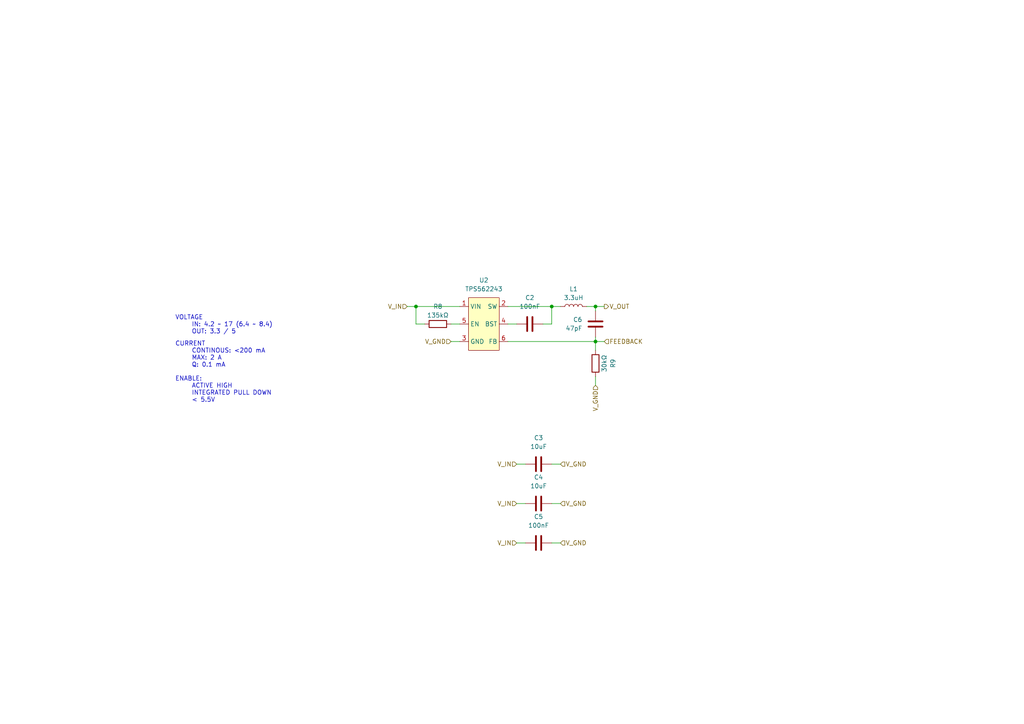
<source format=kicad_sch>
(kicad_sch (version 20231120) (generator "eeschema") (generator_version "8.0")
  (paper "A4")
  (lib_symbols
    (symbol "CUBESAT:TPS562243DRL"
      (property "Reference" "U" (at 0 11.43 0))
      (property "Value" "TPS562243" (at 0 8.89 0))
      (symbol "TPS562243DRL_0_0"
        (pin power_in line (at -7.62 5.08 0) (length 2.54) (name "VIN") (number "1"))
        (pin power_out line (at 6.35 5.08 180) (length 2.54) (name "SW") (number "2"))
        (pin power_in line (at -7.62 -5.08 0) (length 2.54) (name "GND") (number "3"))
        (pin input line (at 6.35 0 180) (length 2.54) (name "BST") (number "4"))
        (pin input line (at -7.62 0 0) (length 2.54) (name "EN") (number "5"))
        (pin input line (at 6.35 -5.08 180) (length 2.54) (name "FB") (number "6"))
      )
      (symbol "TPS562243DRL_1_1"
        (rectangle (start -5.08 7.62) (end 3.81 -7.62) (fill (type background)))
      )
    )
    (symbol "Device:C" (pin_numbers hide) (pin_names (offset 0.254))
      (property "Reference" "C" (at 0.635 2.54 0))
      (property "Value" "C" (at 0.635 -2.54 0))
      (symbol "C_0_1"
        (polyline (pts (xy -2.032 -0.762) (xy 2.032 -0.762)) (stroke (width 0.508)))
        (polyline (pts (xy -2.032 0.762) (xy 2.032 0.762)) (stroke (width 0.508)))
      )
      (symbol "C_1_1"
        (pin passive line (at 0 3.81 270) (length 2.794) (name "~") (number "1"))
        (pin passive line (at 0 -3.81 90) (length 2.794) (name "~") (number "2"))
      )
    )
    (symbol "Device:L" (pin_numbers hide) (pin_names (offset 1.016) hide)
      (property "Reference" "L" (at -1.27 0 90))
      (property "Value" "L" (at 1.905 0 90))
      (symbol "L_0_1"
        (arc (start 0 -2.54) (mid 0.6323 -1.905) (end 0 -1.27))
        (arc (start 0 -1.27) (mid 0.6323 -0.635) (end 0 0))
        (arc (start 0 0) (mid 0.6323 0.635) (end 0 1.27))
        (arc (start 0 1.27) (mid 0.6323 1.905) (end 0 2.54))
      )
      (symbol "L_1_1"
        (pin passive line (at 0 3.81 270) (length 1.27) (name "1") (number "1"))
        (pin passive line (at 0 -3.81 90) (length 1.27) (name "2") (number "2"))
      )
    )
    (symbol "Device:R" (pin_numbers hide) (pin_names (offset 0))
      (property "Reference" "R" (at 2.032 0 90))
      (property "Value" "R" (at 0 0 90))
      (symbol "R_0_1"
        (rectangle (start -1.016 -2.54) (end 1.016 2.54) (stroke (width 0.254)))
      )
      (symbol "R_1_1"
        (pin passive line (at 0 3.81 270) (length 1.27) (name "~") (number "1"))
        (pin passive line (at 0 -3.81 90) (length 1.27) (name "~") (number "2"))
      )
    )
  )
  (junction (at 160.02 88.9))
  (junction (at 172.72 88.9))
  (junction (at 120.65 88.9))
  (junction (at 172.72 99.06))
  (wire (pts (xy 162.56 134.62) (xy 160.02 134.62)))
  (wire (pts (xy 120.65 88.9) (xy 133.35 88.9)))
  (wire (pts (xy 152.4 157.48) (xy 149.86 157.48)))
  (wire (pts (xy 172.72 99.06) (xy 175.26 99.06)))
  (wire (pts (xy 120.65 93.98) (xy 120.65 88.9)))
  (wire (pts (xy 162.56 146.05) (xy 160.02 146.05)))
  (wire (pts (xy 147.32 99.06) (xy 172.72 99.06)))
  (wire (pts (xy 172.72 88.9) (xy 170.18 88.9)))
  (wire (pts (xy 123.19 93.98) (xy 120.65 93.98)))
  (wire (pts (xy 130.81 99.06) (xy 133.35 99.06)))
  (wire (pts (xy 162.56 157.48) (xy 160.02 157.48)))
  (wire (pts (xy 147.32 88.9) (xy 160.02 88.9)))
  (wire (pts (xy 160.02 93.98) (xy 157.48 93.98)))
  (wire (pts (xy 147.32 93.98) (xy 149.86 93.98)))
  (wire (pts (xy 130.81 93.98) (xy 133.35 93.98)))
  (wire (pts (xy 160.02 88.9) (xy 160.02 93.98)))
  (wire (pts (xy 172.72 88.9) (xy 172.72 90.17)))
  (wire (pts (xy 172.72 97.79) (xy 172.72 99.06)))
  (wire (pts (xy 152.4 134.62) (xy 149.86 134.62)))
  (wire (pts (xy 172.72 109.22) (xy 172.72 111.76)))
  (wire (pts (xy 175.26 88.9) (xy 172.72 88.9)))
  (wire (pts (xy 152.4 146.05) (xy 149.86 146.05)))
  (wire (pts (xy 118.11 88.9) (xy 120.65 88.9)))
  (wire (pts (xy 172.72 99.06) (xy 172.72 101.6)))
  (wire (pts (xy 162.56 88.9) (xy 160.02 88.9)))
  (text "VOLTAGE\n	IN: 4.2 ~ 17 (6.4 ~ 8.4)\n	OUT: 3.3 / 5  " (at 50.8 91.44 0) (effects (font (size 1.27 1.27)) (justify left top)))
  (text "ENABLE:\n	ACTIVE HIGH\n	INTEGRATED PULL DOWN\n	< 5.5V" (at 50.8 109.22 0) (effects (font (size 1.27 1.27)) (justify left top)))
  (text "CURRENT\n	CONTINOUS: <200 mA\n	MAX: 2 A\n	Q: 0.1 mA" (at 50.8 99.06 0) (effects (font (size 1.27 1.27)) (justify left top)))
  (hierarchical_label "V_IN" (shape input) (at 149.86 157.48 180))
  (hierarchical_label "V_OUT" (shape output) (at 175.26 88.9 0))
  (hierarchical_label "V_IN" (shape input) (at 149.86 134.62 180))
  (hierarchical_label "V_IN" (shape input) (at 149.86 146.05 180))
  (hierarchical_label "V_IN" (shape input) (at 118.11 88.9 180))
  (hierarchical_label "V_GND" (shape input) (at 172.72 111.76 270))
  (hierarchical_label "V_GND" (shape input) (at 162.56 157.48 0))
  (hierarchical_label "V_GND" (shape input) (at 130.81 99.06 180))
  (hierarchical_label "V_GND" (shape input) (at 162.56 146.05 0))
  (hierarchical_label "FEEDBACK" (shape input) (at 175.26 99.06 0))
  (hierarchical_label "V_GND" (shape input) (at 162.56 134.62 0))
  (symbol (lib_id "Device:C") (at 156.21 146.05 90) (unit 1)
    (property "Reference" "C?" (at 156.21 138.43 90))
    (property "Value" "10uF" (at 156.21 140.97 90))
    (property "Description" "Unpolarized capacitor" (effects (hide yes)))
    (instances (project "power" (path "" (reference "C4") (unit 1)) (path "" (reference "C?") (unit 1))))
  )
  (symbol (lib_id "Device:L") (at 166.37 88.9 90) (unit 1)
    (property "Reference" "L?" (at 166.37 83.82 90))
    (property "Value" "3.3uH" (at 166.37 86.36 90))
    (property "Description" "Inductor" (effects (hide yes)))
    (instances (project "power" (path "" (reference "L1") (unit 1)) (path "" (reference "L?") (unit 1))))
  )
  (symbol (lib_id "Device:C") (at 156.21 134.62 90) (unit 1)
    (property "Reference" "C?" (at 156.21 127 90))
    (property "Value" "10uF" (at 156.21 129.54 90))
    (property "Description" "Unpolarized capacitor" (effects (hide yes)))
    (instances (project "power" (path "" (reference "C3") (unit 1)) (path "" (reference "C?") (unit 1))))
  )
  (symbol (lib_id "Device:C") (at 156.21 157.48 90) (unit 1)
    (property "Reference" "C?" (at 156.21 149.86 90))
    (property "Value" "100nF" (at 156.21 152.4 90))
    (property "Description" "Unpolarized capacitor" (effects (hide yes)))
    (instances (project "power" (path "" (reference "C5") (unit 1)) (path "" (reference "C?") (unit 1))))
  )
  (symbol (lib_id "Device:C") (at 172.72 93.98 0) (mirror x) (unit 1)
    (property "Reference" "C?" (at 168.91 92.7099 0) (effects (justify right)))
    (property "Value" "47pF" (at 168.91 95.2499 0) (effects (justify right)))
    (property "Description" "Unpolarized capacitor" (effects (hide yes)))
    (instances (project "power" (path "" (reference "C6") (unit 1)) (path "" (reference "C?") (unit 1))))
  )
  (symbol (lib_id "CUBESAT:TPS562243DRL") (at 140.97 93.98 0) (unit 1)
    (property "Reference" "U?" (at 140.335 81.28 0))
    (property "Value" "TPS562243" (at 140.335 83.82 0))
    (property "Datasheet" "https://www.ti.com/lit/ds/symlink/tps562243.pdf" (effects (hide yes)))
    (property "Description" "4.2V to 17V Input, 2A, Synchronous Buck Converter in SOT563" (effects (hide yes)))
    (instances (project "power" (path "" (reference "U2") (unit 1)) (path "" (reference "U?") (unit 1))))
  )
  (symbol (lib_id "Device:R") (at 127 93.98 90) (unit 1)
    (property "Reference" "R?" (at 127 88.9 90))
    (property "Value" "135kΩ" (at 127 91.44 90))
    (property "Description" "Resistor" (effects (hide yes)))
    (instances (project "power" (path "" (reference "R8") (unit 1)) (path "" (reference "R?") (unit 1))))
  )
  (symbol (lib_id "Device:C") (at 153.67 93.98 90) (unit 1)
    (property "Reference" "C?" (at 153.67 86.36 90))
    (property "Value" "100nF" (at 153.67 88.9 90))
    (property "Description" "Unpolarized capacitor" (effects (hide yes)))
    (instances (project "power" (path "" (reference "C2") (unit 1)) (path "" (reference "C?") (unit 1))))
  )
  (symbol (lib_id "Device:R") (at 172.72 105.41 0) (unit 1)
    (property "Reference" "R?" (at 177.8 105.41 90))
    (property "Value" "30kΩ" (at 175.26 105.41 90))
    (property "Description" "Resistor" (effects (hide yes)))
    (instances (project "power" (path "" (reference "R9") (unit 1)) (path "" (reference "R?") (unit 1))))
  )
)
</source>
